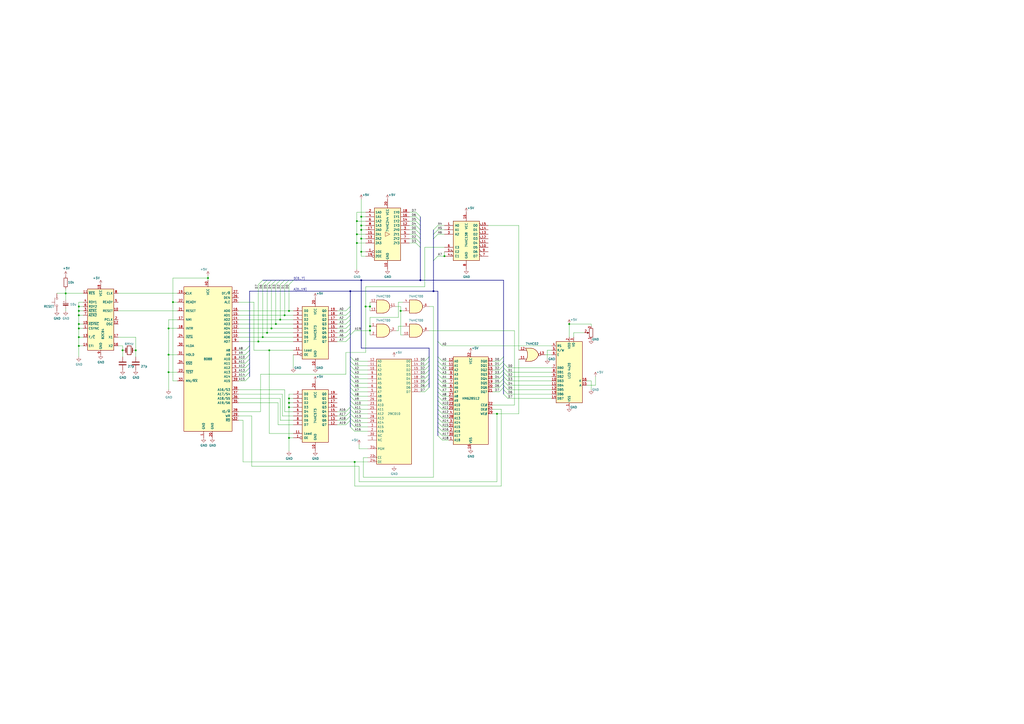
<source format=kicad_sch>
(kicad_sch (version 20211123) (generator eeschema)
  (paper "A2")
  (junction (at 45.72 180.34))
  (junction (at 100.33 175.26))
  (junction (at 45.72 177.8))
  (junction (at 207.01 135.89))
  (junction (at 160.02 187.96))
  (junction (at 165.1 182.88))
  (junction (at 97.79 205.74))
  (junction (at 207.01 128.27))
  (junction (at 209.55 138.43))
  (junction (at 71.12 203.2))
  (junction (at 209.55 146.05))
  (junction (at 167.64 236.22))
  (junction (at 232.41 180.34))
  (junction (at 97.79 190.5))
  (junction (at 45.72 190.5))
  (junction (at 330.2 187.96))
  (junction (at 288.29 240.03))
  (junction (at 207.01 140.97))
  (junction (at 214.63 177.8))
  (junction (at 209.55 125.73))
  (junction (at 45.72 182.88))
  (junction (at 243.84 162.56))
  (junction (at 214.63 191.77))
  (junction (at 167.64 233.68))
  (junction (at 203.2 168.91))
  (junction (at 212.09 177.8))
  (junction (at 97.79 215.9))
  (junction (at 162.56 185.42))
  (junction (at 120.65 161.29))
  (junction (at 149.86 198.12))
  (junction (at 205.74 267.97))
  (junction (at 257.81 148.59))
  (junction (at 154.94 193.04))
  (junction (at 45.72 187.96))
  (junction (at 167.64 231.14))
  (junction (at 78.74 203.2))
  (junction (at 157.48 190.5))
  (junction (at 45.72 200.66))
  (junction (at 251.46 168.91))
  (junction (at 167.64 180.34))
  (junction (at 38.1 170.18))
  (junction (at 156.21 203.2))
  (junction (at 209.55 133.35))
  (junction (at 214.63 189.23))
  (junction (at 152.4 195.58))
  (junction (at 167.64 254))
  (junction (at 45.72 195.58))
  (junction (at 209.55 162.56))
  (junction (at 209.55 130.81))
  (bus_entry (at 203.2 234.95) (size 2.54 2.54))
  (bus_entry (at 254 214.63) (size 2.54 2.54))
  (bus_entry (at 142.24 215.9) (size 2.54 -2.54))
  (bus_entry (at 142.24 210.82) (size 2.54 -2.54))
  (bus_entry (at 241.3 133.35) (size 2.54 2.54))
  (bus_entry (at 200.66 187.96) (size 2.54 -2.54))
  (bus_entry (at 241.3 125.73) (size 2.54 2.54))
  (bus_entry (at 241.3 128.27) (size 2.54 2.54))
  (bus_entry (at 254 212.09) (size 2.54 2.54))
  (bus_entry (at 142.24 203.2) (size 2.54 -2.54))
  (bus_entry (at 152.4 165.1) (size 2.54 -2.54))
  (bus_entry (at 203.2 227.33) (size 2.54 2.54))
  (bus_entry (at 292.1 215.9) (size 2.54 2.54))
  (bus_entry (at 254 148.59) (size -2.54 2.54))
  (bus_entry (at 254 130.81) (size -2.54 2.54))
  (bus_entry (at 254 133.35) (size -2.54 2.54))
  (bus_entry (at 254 135.89) (size -2.54 2.54))
  (bus_entry (at 246.38 212.09) (size 2.54 -2.54))
  (bus_entry (at 289.56 217.17) (size 2.54 -2.54))
  (bus_entry (at 203.2 242.57) (size 2.54 2.54))
  (bus_entry (at 292.1 223.52) (size 2.54 2.54))
  (bus_entry (at 254 222.25) (size 2.54 2.54))
  (bus_entry (at 246.38 217.17) (size 2.54 -2.54))
  (bus_entry (at 203.2 207.01) (size 2.54 2.54))
  (bus_entry (at 203.2 209.55) (size 2.54 2.54))
  (bus_entry (at 254 224.79) (size 2.54 2.54))
  (bus_entry (at 142.24 205.74) (size 2.54 -2.54))
  (bus_entry (at 246.38 224.79) (size 2.54 -2.54))
  (bus_entry (at 203.2 232.41) (size 2.54 2.54))
  (bus_entry (at 254 207.01) (size 2.54 2.54))
  (bus_entry (at 203.2 237.49) (size 2.54 2.54))
  (bus_entry (at 254 198.12) (size 2.54 2.54))
  (bus_entry (at 142.24 220.98) (size 2.54 -2.54))
  (bus_entry (at 254 234.95) (size 2.54 2.54))
  (bus_entry (at 241.3 140.97) (size 2.54 2.54))
  (bus_entry (at 254 242.57) (size 2.54 2.54))
  (bus_entry (at 254 217.17) (size 2.54 2.54))
  (bus_entry (at 292.1 218.44) (size 2.54 2.54))
  (bus_entry (at 200.66 198.12) (size 2.54 -2.54))
  (bus_entry (at 200.66 238.76) (size 2.54 -2.54))
  (bus_entry (at 200.66 182.88) (size 2.54 -2.54))
  (bus_entry (at 154.94 165.1) (size 2.54 -2.54))
  (bus_entry (at 200.66 190.5) (size 2.54 -2.54))
  (bus_entry (at 241.3 135.89) (size 2.54 2.54))
  (bus_entry (at 160.02 165.1) (size 2.54 -2.54))
  (bus_entry (at 292.1 228.6) (size 2.54 2.54))
  (bus_entry (at 142.24 218.44) (size 2.54 -2.54))
  (bus_entry (at 289.56 227.33) (size 2.54 -2.54))
  (bus_entry (at 292.1 210.82) (size 2.54 2.54))
  (bus_entry (at 289.56 222.25) (size 2.54 -2.54))
  (bus_entry (at 289.56 224.79) (size 2.54 -2.54))
  (bus_entry (at 289.56 214.63) (size 2.54 -2.54))
  (bus_entry (at 203.2 217.17) (size 2.54 2.54))
  (bus_entry (at 200.66 246.38) (size 2.54 -2.54))
  (bus_entry (at 200.66 243.84) (size 2.54 -2.54))
  (bus_entry (at 142.24 213.36) (size 2.54 -2.54))
  (bus_entry (at 254 245.11) (size 2.54 2.54))
  (bus_entry (at 203.2 229.87) (size 2.54 2.54))
  (bus_entry (at 200.66 193.04) (size 2.54 -2.54))
  (bus_entry (at 241.3 123.19) (size 2.54 2.54))
  (bus_entry (at 254 240.03) (size 2.54 2.54))
  (bus_entry (at 289.56 212.09) (size 2.54 -2.54))
  (bus_entry (at 292.1 213.36) (size 2.54 2.54))
  (bus_entry (at 203.2 194.31) (size 2.54 -2.54))
  (bus_entry (at 254 227.33) (size 2.54 2.54))
  (bus_entry (at 157.48 165.1) (size 2.54 -2.54))
  (bus_entry (at 203.2 247.65) (size 2.54 2.54))
  (bus_entry (at 167.64 165.1) (size 2.54 -2.54))
  (bus_entry (at 289.56 209.55) (size 2.54 -2.54))
  (bus_entry (at 241.3 130.81) (size 2.54 2.54))
  (bus_entry (at 203.2 214.63) (size 2.54 2.54))
  (bus_entry (at 203.2 245.11) (size 2.54 2.54))
  (bus_entry (at 292.1 220.98) (size 2.54 2.54))
  (bus_entry (at 246.38 219.71) (size 2.54 -2.54))
  (bus_entry (at 246.38 214.63) (size 2.54 -2.54))
  (bus_entry (at 162.56 165.1) (size 2.54 -2.54))
  (bus_entry (at 142.24 208.28) (size 2.54 -2.54))
  (bus_entry (at 203.2 240.03) (size 2.54 2.54))
  (bus_entry (at 246.38 209.55) (size 2.54 -2.54))
  (bus_entry (at 246.38 227.33) (size 2.54 -2.54))
  (bus_entry (at 292.1 226.06) (size 2.54 2.54))
  (bus_entry (at 254 229.87) (size 2.54 2.54))
  (bus_entry (at 254 237.49) (size 2.54 2.54))
  (bus_entry (at 200.66 241.3) (size 2.54 -2.54))
  (bus_entry (at 246.38 222.25) (size 2.54 -2.54))
  (bus_entry (at 289.56 219.71) (size 2.54 -2.54))
  (bus_entry (at 254 209.55) (size 2.54 2.54))
  (bus_entry (at 149.86 165.1) (size 2.54 -2.54))
  (bus_entry (at 203.2 212.09) (size 2.54 2.54))
  (bus_entry (at 254 250.19) (size 2.54 2.54))
  (bus_entry (at 200.66 195.58) (size 2.54 -2.54))
  (bus_entry (at 203.2 219.71) (size 2.54 2.54))
  (bus_entry (at 254 232.41) (size 2.54 2.54))
  (bus_entry (at 241.3 138.43) (size 2.54 2.54))
  (bus_entry (at 200.66 185.42) (size 2.54 -2.54))
  (bus_entry (at 165.1 165.1) (size 2.54 -2.54))
  (bus_entry (at 200.66 180.34) (size 2.54 -2.54))
  (bus_entry (at 254 247.65) (size 2.54 2.54))
  (bus_entry (at 203.2 224.79) (size 2.54 2.54))
  (bus_entry (at 254 252.73) (size 2.54 2.54))
  (bus_entry (at 203.2 222.25) (size 2.54 2.54))
  (bus_entry (at 254 219.71) (size 2.54 2.54))
  (bus (pts (xy 254 242.57) (xy 254 245.11)))
  (wire (pts (xy 205.74 209.55) (xy 213.36 209.55)))
  (wire (pts (xy 195.58 193.04) (xy 200.66 193.04)))
  (wire (pts (xy 288.29 240.03) (xy 285.75 240.03)))
  (wire (pts (xy 243.84 212.09) (xy 246.38 212.09)))
  (wire (pts (xy 237.49 130.81) (xy 241.3 130.81)))
  (wire (pts (xy 45.72 195.58) (xy 48.26 195.58)))
  (bus (pts (xy 203.2 187.96) (xy 203.2 190.5)))
  (wire (pts (xy 167.64 165.1) (xy 167.64 180.34)))
  (wire (pts (xy 294.64 213.36) (xy 320.04 213.36)))
  (bus (pts (xy 165.1 162.56) (xy 167.64 162.56)))
  (bus (pts (xy 248.92 207.01) (xy 248.92 209.55)))
  (wire (pts (xy 231.14 189.23) (xy 231.14 191.77)))
  (wire (pts (xy 205.74 191.77) (xy 214.63 191.77)))
  (wire (pts (xy 212.09 146.05) (xy 209.55 146.05)))
  (wire (pts (xy 205.74 229.87) (xy 213.36 229.87)))
  (wire (pts (xy 165.1 182.88) (xy 170.18 182.88)))
  (wire (pts (xy 138.43 241.3) (xy 146.05 241.3)))
  (wire (pts (xy 102.87 215.9) (xy 97.79 215.9)))
  (wire (pts (xy 170.18 193.04) (xy 154.94 193.04)))
  (bus (pts (xy 144.78 168.91) (xy 144.78 200.66)))
  (bus (pts (xy 203.2 238.76) (xy 203.2 240.03)))
  (wire (pts (xy 285.75 224.79) (xy 289.56 224.79)))
  (wire (pts (xy 320.04 203.2) (xy 317.5 203.2)))
  (wire (pts (xy 38.1 179.07) (xy 38.1 180.34)))
  (wire (pts (xy 156.21 203.2) (xy 170.18 203.2)))
  (wire (pts (xy 208.28 279.4) (xy 288.29 279.4)))
  (wire (pts (xy 243.84 227.33) (xy 246.38 227.33)))
  (wire (pts (xy 298.45 191.77) (xy 298.45 234.95)))
  (wire (pts (xy 68.58 170.18) (xy 102.87 170.18)))
  (bus (pts (xy 243.84 162.56) (xy 209.55 162.56)))
  (bus (pts (xy 292.1 217.17) (xy 292.1 218.44)))
  (wire (pts (xy 200.66 185.42) (xy 195.58 185.42)))
  (wire (pts (xy 78.74 195.58) (xy 78.74 203.2)))
  (wire (pts (xy 233.68 180.34) (xy 232.41 180.34)))
  (wire (pts (xy 156.21 251.46) (xy 170.18 251.46)))
  (wire (pts (xy 120.65 161.29) (xy 120.65 162.56)))
  (wire (pts (xy 214.63 175.26) (xy 214.63 177.8)))
  (wire (pts (xy 200.66 217.17) (xy 200.66 204.47)))
  (wire (pts (xy 294.64 231.14) (xy 320.04 231.14)))
  (bus (pts (xy 152.4 162.56) (xy 154.94 162.56)))
  (wire (pts (xy 209.55 138.43) (xy 209.55 146.05)))
  (bus (pts (xy 203.2 185.42) (xy 203.2 187.96)))
  (wire (pts (xy 288.29 240.03) (xy 300.99 240.03)))
  (wire (pts (xy 45.72 187.96) (xy 45.72 190.5)))
  (wire (pts (xy 232.41 194.31) (xy 233.68 194.31)))
  (bus (pts (xy 243.84 143.51) (xy 243.84 162.56)))
  (bus (pts (xy 292.1 226.06) (xy 292.1 228.6)))
  (wire (pts (xy 205.74 219.71) (xy 213.36 219.71)))
  (bus (pts (xy 254 168.91) (xy 254 198.12)))
  (wire (pts (xy 160.02 187.96) (xy 170.18 187.96)))
  (wire (pts (xy 170.18 228.6) (xy 167.64 228.6)))
  (wire (pts (xy 254 148.59) (xy 257.81 148.59)))
  (wire (pts (xy 162.56 231.14) (xy 162.56 243.84)))
  (wire (pts (xy 195.58 182.88) (xy 200.66 182.88)))
  (bus (pts (xy 254 234.95) (xy 254 237.49)))
  (wire (pts (xy 154.94 193.04) (xy 138.43 193.04)))
  (bus (pts (xy 203.2 212.09) (xy 203.2 214.63)))
  (wire (pts (xy 97.79 190.5) (xy 102.87 190.5)))
  (bus (pts (xy 248.92 214.63) (xy 248.92 217.17)))
  (bus (pts (xy 203.2 219.71) (xy 203.2 222.25)))
  (wire (pts (xy 142.24 205.74) (xy 138.43 205.74)))
  (wire (pts (xy 200.66 180.34) (xy 195.58 180.34)))
  (bus (pts (xy 254 229.87) (xy 254 232.41)))
  (wire (pts (xy 256.54 200.66) (xy 320.04 200.66)))
  (wire (pts (xy 167.64 233.68) (xy 170.18 233.68)))
  (wire (pts (xy 138.43 243.84) (xy 140.97 243.84)))
  (wire (pts (xy 332.74 193.04) (xy 339.09 193.04)))
  (wire (pts (xy 214.63 177.8) (xy 214.63 180.34)))
  (bus (pts (xy 254 247.65) (xy 254 250.19)))
  (bus (pts (xy 254 240.03) (xy 254 242.57)))
  (wire (pts (xy 209.55 130.81) (xy 212.09 130.81)))
  (wire (pts (xy 246.38 143.51) (xy 257.81 143.51)))
  (bus (pts (xy 167.64 162.56) (xy 170.18 162.56)))
  (bus (pts (xy 248.92 212.09) (xy 248.92 214.63)))
  (wire (pts (xy 256.54 252.73) (xy 260.35 252.73)))
  (bus (pts (xy 203.2 190.5) (xy 203.2 193.04)))
  (bus (pts (xy 203.2 168.91) (xy 251.46 168.91)))
  (wire (pts (xy 200.66 204.47) (xy 212.09 204.47)))
  (bus (pts (xy 144.78 168.91) (xy 203.2 168.91)))
  (wire (pts (xy 170.18 180.34) (xy 167.64 180.34)))
  (wire (pts (xy 205.74 267.97) (xy 213.36 267.97)))
  (wire (pts (xy 316.23 205.74) (xy 320.04 205.74)))
  (wire (pts (xy 256.54 240.03) (xy 260.35 240.03)))
  (wire (pts (xy 45.72 195.58) (xy 45.72 200.66)))
  (wire (pts (xy 147.32 175.26) (xy 147.32 203.2)))
  (bus (pts (xy 203.2 245.11) (xy 203.2 247.65)))
  (wire (pts (xy 205.74 247.65) (xy 213.36 247.65)))
  (wire (pts (xy 195.58 198.12) (xy 200.66 198.12)))
  (wire (pts (xy 195.58 187.96) (xy 200.66 187.96)))
  (wire (pts (xy 288.29 240.03) (xy 288.29 279.4)))
  (wire (pts (xy 146.05 270.51) (xy 208.28 270.51)))
  (wire (pts (xy 256.54 237.49) (xy 260.35 237.49)))
  (wire (pts (xy 237.49 133.35) (xy 241.3 133.35)))
  (bus (pts (xy 144.78 200.66) (xy 144.78 203.2)))
  (wire (pts (xy 68.58 195.58) (xy 78.74 195.58)))
  (wire (pts (xy 251.46 276.86) (xy 251.46 177.8)))
  (wire (pts (xy 231.14 175.26) (xy 231.14 184.15)))
  (bus (pts (xy 203.2 236.22) (xy 203.2 237.49)))
  (wire (pts (xy 212.09 138.43) (xy 209.55 138.43)))
  (bus (pts (xy 254 232.41) (xy 254 234.95)))
  (wire (pts (xy 232.41 180.34) (xy 232.41 177.8)))
  (wire (pts (xy 165.1 165.1) (xy 165.1 182.88)))
  (wire (pts (xy 205.74 214.63) (xy 213.36 214.63)))
  (wire (pts (xy 167.64 231.14) (xy 170.18 231.14)))
  (wire (pts (xy 237.49 125.73) (xy 241.3 125.73)))
  (bus (pts (xy 203.2 229.87) (xy 203.2 232.41)))
  (wire (pts (xy 212.09 125.73) (xy 209.55 125.73)))
  (wire (pts (xy 256.54 212.09) (xy 260.35 212.09)))
  (wire (pts (xy 237.49 138.43) (xy 241.3 138.43)))
  (wire (pts (xy 285.75 217.17) (xy 289.56 217.17)))
  (bus (pts (xy 292.1 224.79) (xy 292.1 226.06)))
  (wire (pts (xy 45.72 182.88) (xy 45.72 187.96)))
  (bus (pts (xy 144.78 210.82) (xy 144.78 213.36)))
  (wire (pts (xy 120.65 160.02) (xy 120.65 161.29)))
  (wire (pts (xy 165.1 226.06) (xy 165.1 238.76)))
  (wire (pts (xy 138.43 198.12) (xy 149.86 198.12)))
  (wire (pts (xy 157.48 165.1) (xy 157.48 190.5)))
  (wire (pts (xy 248.92 191.77) (xy 298.45 191.77)))
  (bus (pts (xy 170.18 162.56) (xy 209.55 162.56)))
  (wire (pts (xy 237.49 128.27) (xy 241.3 128.27)))
  (bus (pts (xy 160.02 162.56) (xy 162.56 162.56)))
  (wire (pts (xy 45.72 180.34) (xy 45.72 182.88)))
  (wire (pts (xy 45.72 190.5) (xy 45.72 195.58)))
  (wire (pts (xy 100.33 220.98) (xy 100.33 175.26)))
  (bus (pts (xy 254 224.79) (xy 254 227.33)))
  (wire (pts (xy 294.64 218.44) (xy 320.04 218.44)))
  (wire (pts (xy 209.55 115.57) (xy 209.55 125.73)))
  (bus (pts (xy 203.2 195.58) (xy 203.2 207.01)))
  (bus (pts (xy 209.55 162.56) (xy 209.55 201.93)))
  (wire (pts (xy 161.29 246.38) (xy 170.18 246.38)))
  (wire (pts (xy 45.72 200.66) (xy 48.26 200.66)))
  (wire (pts (xy 243.84 217.17) (xy 246.38 217.17)))
  (wire (pts (xy 78.74 203.2) (xy 78.74 207.01)))
  (wire (pts (xy 246.38 166.37) (xy 246.38 143.51)))
  (wire (pts (xy 285.75 214.63) (xy 289.56 214.63)))
  (bus (pts (xy 243.84 125.73) (xy 243.84 128.27)))
  (wire (pts (xy 151.13 238.76) (xy 151.13 217.17)))
  (wire (pts (xy 209.55 148.59) (xy 209.55 146.05)))
  (wire (pts (xy 290.83 237.49) (xy 290.83 281.94)))
  (wire (pts (xy 285.75 237.49) (xy 290.83 237.49)))
  (wire (pts (xy 208.28 257.81) (xy 208.28 260.35)))
  (wire (pts (xy 38.1 167.64) (xy 38.1 170.18)))
  (bus (pts (xy 254 207.01) (xy 254 209.55)))
  (bus (pts (xy 248.92 222.25) (xy 248.92 224.79)))
  (wire (pts (xy 138.43 213.36) (xy 142.24 213.36)))
  (wire (pts (xy 100.33 161.29) (xy 100.33 175.26)))
  (wire (pts (xy 195.58 243.84) (xy 200.66 243.84)))
  (wire (pts (xy 207.01 135.89) (xy 212.09 135.89)))
  (wire (pts (xy 71.12 203.2) (xy 71.12 207.01)))
  (bus (pts (xy 292.1 207.01) (xy 292.1 209.55)))
  (bus (pts (xy 248.92 219.71) (xy 248.92 222.25)))
  (wire (pts (xy 256.54 217.17) (xy 260.35 217.17)))
  (wire (pts (xy 212.09 204.47) (xy 212.09 177.8)))
  (bus (pts (xy 292.1 162.56) (xy 243.84 162.56)))
  (wire (pts (xy 300.99 203.2) (xy 300.99 130.81)))
  (bus (pts (xy 254 219.71) (xy 254 222.25)))
  (wire (pts (xy 45.72 180.34) (xy 48.26 180.34)))
  (wire (pts (xy 48.26 175.26) (xy 45.72 175.26)))
  (wire (pts (xy 210.82 276.86) (xy 251.46 276.86)))
  (wire (pts (xy 138.43 195.58) (xy 152.4 195.58)))
  (bus (pts (xy 203.2 177.8) (xy 203.2 180.34)))
  (wire (pts (xy 97.79 190.5) (xy 97.79 205.74)))
  (wire (pts (xy 167.64 236.22) (xy 167.64 254)))
  (wire (pts (xy 205.74 232.41) (xy 213.36 232.41)))
  (wire (pts (xy 340.36 220.98) (xy 342.9 220.98)))
  (wire (pts (xy 167.64 233.68) (xy 167.64 236.22)))
  (wire (pts (xy 200.66 195.58) (xy 195.58 195.58)))
  (wire (pts (xy 142.24 210.82) (xy 138.43 210.82)))
  (wire (pts (xy 256.54 247.65) (xy 260.35 247.65)))
  (wire (pts (xy 254 130.81) (xy 257.81 130.81)))
  (wire (pts (xy 154.94 165.1) (xy 154.94 193.04)))
  (wire (pts (xy 165.1 238.76) (xy 170.18 238.76)))
  (wire (pts (xy 163.83 241.3) (xy 170.18 241.3)))
  (bus (pts (xy 203.2 241.3) (xy 203.2 242.57)))
  (bus (pts (xy 254 209.55) (xy 254 212.09)))
  (wire (pts (xy 342.9 187.96) (xy 330.2 187.96)))
  (bus (pts (xy 292.1 212.09) (xy 292.1 213.36)))
  (wire (pts (xy 285.75 219.71) (xy 289.56 219.71)))
  (wire (pts (xy 283.21 130.81) (xy 300.99 130.81)))
  (bus (pts (xy 292.1 207.01) (xy 292.1 162.56)))
  (wire (pts (xy 300.99 208.28) (xy 300.99 240.03)))
  (wire (pts (xy 256.54 224.79) (xy 260.35 224.79)))
  (bus (pts (xy 203.2 243.84) (xy 203.2 245.11)))
  (wire (pts (xy 170.18 205.74) (xy 170.18 213.36)))
  (wire (pts (xy 151.13 217.17) (xy 200.66 217.17)))
  (bus (pts (xy 144.78 213.36) (xy 144.78 215.9)))
  (wire (pts (xy 232.41 180.34) (xy 232.41 194.31)))
  (wire (pts (xy 207.01 128.27) (xy 212.09 128.27)))
  (wire (pts (xy 294.64 220.98) (xy 320.04 220.98)))
  (wire (pts (xy 285.75 227.33) (xy 289.56 227.33)))
  (wire (pts (xy 231.14 191.77) (xy 229.87 191.77)))
  (wire (pts (xy 138.43 218.44) (xy 142.24 218.44)))
  (bus (pts (xy 144.78 205.74) (xy 144.78 208.28)))
  (wire (pts (xy 285.75 212.09) (xy 289.56 212.09)))
  (wire (pts (xy 162.56 243.84) (xy 170.18 243.84)))
  (wire (pts (xy 205.74 234.95) (xy 213.36 234.95)))
  (wire (pts (xy 140.97 243.84) (xy 140.97 267.97)))
  (wire (pts (xy 68.58 200.66) (xy 71.12 200.66)))
  (wire (pts (xy 251.46 177.8) (xy 248.92 177.8)))
  (wire (pts (xy 212.09 123.19) (xy 207.01 123.19)))
  (wire (pts (xy 209.55 133.35) (xy 209.55 130.81)))
  (wire (pts (xy 161.29 233.68) (xy 161.29 246.38)))
  (wire (pts (xy 45.72 177.8) (xy 48.26 177.8)))
  (wire (pts (xy 256.54 232.41) (xy 260.35 232.41)))
  (wire (pts (xy 152.4 195.58) (xy 170.18 195.58)))
  (wire (pts (xy 138.43 190.5) (xy 157.48 190.5)))
  (bus (pts (xy 292.1 215.9) (xy 292.1 217.17)))
  (wire (pts (xy 214.63 184.15) (xy 214.63 189.23)))
  (bus (pts (xy 292.1 214.63) (xy 292.1 215.9)))
  (bus (pts (xy 243.84 128.27) (xy 243.84 130.81)))
  (wire (pts (xy 138.43 182.88) (xy 165.1 182.88)))
  (wire (pts (xy 233.68 189.23) (xy 231.14 189.23)))
  (wire (pts (xy 209.55 138.43) (xy 209.55 133.35)))
  (bus (pts (xy 292.1 220.98) (xy 292.1 222.25)))
  (wire (pts (xy 45.72 175.26) (xy 45.72 177.8)))
  (bus (pts (xy 254 198.12) (xy 254 207.01)))
  (wire (pts (xy 207.01 135.89) (xy 207.01 140.97)))
  (wire (pts (xy 97.79 215.9) (xy 97.79 226.06)))
  (wire (pts (xy 285.75 222.25) (xy 289.56 222.25)))
  (wire (pts (xy 256.54 229.87) (xy 260.35 229.87)))
  (bus (pts (xy 292.1 222.25) (xy 292.1 223.52)))
  (wire (pts (xy 205.74 250.19) (xy 213.36 250.19)))
  (wire (pts (xy 38.1 170.18) (xy 38.1 173.99)))
  (wire (pts (xy 207.01 123.19) (xy 207.01 128.27)))
  (wire (pts (xy 205.74 281.94) (xy 290.83 281.94)))
  (wire (pts (xy 38.1 170.18) (xy 48.26 170.18)))
  (wire (pts (xy 45.72 190.5) (xy 48.26 190.5)))
  (wire (pts (xy 45.72 200.66) (xy 45.72 207.01)))
  (wire (pts (xy 205.74 224.79) (xy 213.36 224.79)))
  (wire (pts (xy 256.54 222.25) (xy 260.35 222.25)))
  (wire (pts (xy 138.43 231.14) (xy 162.56 231.14)))
  (wire (pts (xy 207.01 128.27) (xy 207.01 135.89)))
  (wire (pts (xy 208.28 270.51) (xy 208.28 279.4)))
  (wire (pts (xy 205.74 245.11) (xy 213.36 245.11)))
  (wire (pts (xy 142.24 220.98) (xy 138.43 220.98)))
  (wire (pts (xy 102.87 220.98) (xy 100.33 220.98)))
  (wire (pts (xy 138.43 203.2) (xy 142.24 203.2)))
  (wire (pts (xy 207.01 140.97) (xy 212.09 140.97)))
  (wire (pts (xy 294.64 228.6) (xy 320.04 228.6)))
  (wire (pts (xy 149.86 198.12) (xy 170.18 198.12)))
  (bus (pts (xy 251.46 138.43) (xy 251.46 151.13)))
  (wire (pts (xy 205.74 227.33) (xy 213.36 227.33)))
  (wire (pts (xy 243.84 209.55) (xy 246.38 209.55)))
  (bus (pts (xy 144.78 215.9) (xy 144.78 218.44)))
  (wire (pts (xy 167.64 231.14) (xy 167.64 233.68)))
  (bus (pts (xy 209.55 201.93) (xy 248.92 201.93)))
  (wire (pts (xy 167.64 254) (xy 167.64 261.62)))
  (wire (pts (xy 243.84 222.25) (xy 246.38 222.25)))
  (bus (pts (xy 248.92 201.93) (xy 248.92 207.01)))
  (wire (pts (xy 294.64 226.06) (xy 320.04 226.06)))
  (bus (pts (xy 248.92 209.55) (xy 248.92 212.09)))
  (bus (pts (xy 203.2 234.95) (xy 203.2 236.22)))
  (wire (pts (xy 167.64 236.22) (xy 170.18 236.22)))
  (bus (pts (xy 254 250.19) (xy 254 252.73)))
  (wire (pts (xy 317.5 203.2) (xy 317.5 208.28)))
  (wire (pts (xy 102.87 205.74) (xy 97.79 205.74)))
  (bus (pts (xy 154.94 162.56) (xy 157.48 162.56)))
  (bus (pts (xy 203.2 237.49) (xy 203.2 238.76)))
  (wire (pts (xy 167.64 228.6) (xy 167.64 231.14)))
  (wire (pts (xy 156.21 203.2) (xy 156.21 251.46)))
  (bus (pts (xy 243.84 140.97) (xy 243.84 143.51)))
  (wire (pts (xy 256.54 219.71) (xy 260.35 219.71)))
  (wire (pts (xy 170.18 254) (xy 167.64 254)))
  (bus (pts (xy 243.84 130.81) (xy 243.84 133.35)))
  (wire (pts (xy 138.43 228.6) (xy 163.83 228.6)))
  (wire (pts (xy 294.64 215.9) (xy 320.04 215.9)))
  (wire (pts (xy 256.54 255.27) (xy 260.35 255.27)))
  (wire (pts (xy 208.28 260.35) (xy 213.36 260.35)))
  (wire (pts (xy 45.72 187.96) (xy 48.26 187.96)))
  (wire (pts (xy 167.64 180.34) (xy 138.43 180.34)))
  (bus (pts (xy 243.84 133.35) (xy 243.84 135.89)))
  (bus (pts (xy 162.56 162.56) (xy 165.1 162.56)))
  (wire (pts (xy 205.74 217.17) (xy 213.36 217.17)))
  (bus (pts (xy 203.2 168.91) (xy 203.2 177.8)))
  (bus (pts (xy 292.1 213.36) (xy 292.1 214.63)))
  (bus (pts (xy 203.2 222.25) (xy 203.2 224.79)))
  (wire (pts (xy 256.54 227.33) (xy 260.35 227.33)))
  (bus (pts (xy 203.2 193.04) (xy 203.2 194.31)))
  (bus (pts (xy 203.2 240.03) (xy 203.2 241.3)))
  (wire (pts (xy 45.72 177.8) (xy 45.72 180.34)))
  (wire (pts (xy 205.74 212.09) (xy 213.36 212.09)))
  (wire (pts (xy 195.58 238.76) (xy 200.66 238.76)))
  (bus (pts (xy 203.2 242.57) (xy 203.2 243.84)))
  (wire (pts (xy 138.43 208.28) (xy 142.24 208.28)))
  (bus (pts (xy 203.2 209.55) (xy 203.2 212.09)))
  (bus (pts (xy 203.2 182.88) (xy 203.2 185.42)))
  (bus (pts (xy 203.2 232.41) (xy 203.2 234.95)))
  (wire (pts (xy 342.9 189.23) (xy 342.9 187.96)))
  (wire (pts (xy 256.54 234.95) (xy 260.35 234.95)))
  (bus (pts (xy 254 214.63) (xy 254 217.17)))
  (wire (pts (xy 147.32 203.2) (xy 156.21 203.2)))
  (wire (pts (xy 71.12 200.66) (xy 71.12 203.2)))
  (wire (pts (xy 100.33 175.26) (xy 102.87 175.26)))
  (bus (pts (xy 251.46 133.35) (xy 251.46 135.89)))
  (wire (pts (xy 256.54 245.11) (xy 260.35 245.11)))
  (bus (pts (xy 243.84 138.43) (xy 243.84 140.97)))
  (wire (pts (xy 205.74 240.03) (xy 213.36 240.03)))
  (wire (pts (xy 243.84 219.71) (xy 246.38 219.71)))
  (bus (pts (xy 203.2 214.63) (xy 203.2 217.17)))
  (bus (pts (xy 144.78 203.2) (xy 144.78 205.74)))
  (wire (pts (xy 146.05 241.3) (xy 146.05 270.51)))
  (wire (pts (xy 257.81 146.05) (xy 257.81 148.59)))
  (wire (pts (xy 157.48 190.5) (xy 170.18 190.5)))
  (bus (pts (xy 203.2 217.17) (xy 203.2 219.71)))
  (wire (pts (xy 285.75 209.55) (xy 289.56 209.55)))
  (wire (pts (xy 214.63 189.23) (xy 214.63 191.77)))
  (bus (pts (xy 254 212.09) (xy 254 214.63)))
  (bus (pts (xy 243.84 135.89) (xy 243.84 138.43)))
  (bus (pts (xy 254 245.11) (xy 254 247.65)))
  (wire (pts (xy 254 135.89) (xy 257.81 135.89)))
  (wire (pts (xy 205.74 267.97) (xy 205.74 281.94)))
  (bus (pts (xy 292.1 210.82) (xy 292.1 212.09)))
  (bus (pts (xy 292.1 223.52) (xy 292.1 224.79)))
  (wire (pts (xy 298.45 234.95) (xy 285.75 234.95)))
  (bus (pts (xy 251.46 168.91) (xy 254 168.91)))
  (wire (pts (xy 163.83 228.6) (xy 163.83 241.3)))
  (wire (pts (xy 160.02 165.1) (xy 160.02 187.96)))
  (wire (pts (xy 232.41 177.8) (xy 229.87 177.8)))
  (bus (pts (xy 254 217.17) (xy 254 219.71)))
  (wire (pts (xy 209.55 130.81) (xy 209.55 125.73)))
  (bus (pts (xy 203.2 227.33) (xy 203.2 229.87)))
  (wire (pts (xy 213.36 265.43) (xy 210.82 265.43)))
  (wire (pts (xy 68.58 180.34) (xy 102.87 180.34)))
  (wire (pts (xy 212.09 177.8) (xy 212.09 166.37)))
  (bus (pts (xy 251.46 135.89) (xy 251.46 138.43)))
  (wire (pts (xy 212.09 177.8) (xy 214.63 177.8)))
  (wire (pts (xy 45.72 182.88) (xy 48.26 182.88)))
  (wire (pts (xy 254 133.35) (xy 257.81 133.35)))
  (bus (pts (xy 254 222.25) (xy 254 224.79)))
  (wire (pts (xy 138.43 175.26) (xy 147.32 175.26)))
  (wire (pts (xy 102.87 185.42) (xy 97.79 185.42)))
  (wire (pts (xy 138.43 233.68) (xy 161.29 233.68)))
  (wire (pts (xy 212.09 148.59) (xy 209.55 148.59)))
  (wire (pts (xy 345.44 223.52) (xy 345.44 218.44)))
  (bus (pts (xy 203.2 207.01) (xy 203.2 209.55)))
  (bus (pts (xy 292.1 209.55) (xy 292.1 210.82)))
  (wire (pts (xy 243.84 224.79) (xy 246.38 224.79)))
  (wire (pts (xy 256.54 209.55) (xy 260.35 209.55)))
  (wire (pts (xy 162.56 165.1) (xy 162.56 185.42)))
  (bus (pts (xy 203.2 194.31) (xy 203.2 195.58)))
  (wire (pts (xy 237.49 135.89) (xy 241.3 135.89)))
  (bus (pts (xy 292.1 219.71) (xy 292.1 220.98)))
  (wire (pts (xy 149.86 165.1) (xy 149.86 198.12)))
  (wire (pts (xy 205.74 222.25) (xy 213.36 222.25)))
  (wire (pts (xy 256.54 214.63) (xy 260.35 214.63)))
  (wire (pts (xy 38.1 170.18) (xy 33.02 170.18)))
  (wire (pts (xy 97.79 185.42) (xy 97.79 190.5)))
  (bus (pts (xy 144.78 208.28) (xy 144.78 210.82)))
  (wire (pts (xy 138.43 226.06) (xy 165.1 226.06)))
  (wire (pts (xy 200.66 246.38) (xy 195.58 246.38)))
  (wire (pts (xy 332.74 195.58) (xy 332.74 193.04)))
  (bus (pts (xy 292.1 218.44) (xy 292.1 219.71)))
  (wire (pts (xy 340.36 223.52) (xy 345.44 223.52)))
  (wire (pts (xy 162.56 185.42) (xy 138.43 185.42)))
  (wire (pts (xy 140.97 267.97) (xy 205.74 267.97)))
  (bus (pts (xy 251.46 151.13) (xy 251.46 168.91)))
  (wire (pts (xy 214.63 191.77) (xy 214.63 194.31)))
  (wire (pts (xy 138.43 238.76) (xy 151.13 238.76)))
  (wire (pts (xy 233.68 175.26) (xy 231.14 175.26)))
  (bus (pts (xy 203.2 224.79) (xy 203.2 227.33)))
  (wire (pts (xy 120.65 161.29) (xy 100.33 161.29)))
  (wire (pts (xy 142.24 215.9) (xy 138.43 215.9)))
  (wire (pts (xy 212.09 166.37) (xy 246.38 166.37)))
  (wire (pts (xy 243.84 214.63) (xy 246.38 214.63)))
  (bus (pts (xy 203.2 180.34) (xy 203.2 182.88)))
  (wire (pts (xy 237.49 140.97) (xy 241.3 140.97)))
  (wire (pts (xy 205.74 237.49) (xy 213.36 237.49)))
  (wire (pts (xy 170.18 185.42) (xy 162.56 185.42)))
  (wire (pts (xy 205.74 242.57) (xy 213.36 242.57)))
  (wire (pts (xy 97.79 205.74) (xy 97.79 215.9)))
  (wire (pts (xy 210.82 265.43) (xy 210.82 276.86)))
  (wire (pts (xy 330.2 187.96) (xy 330.2 195.58)))
  (bus (pts (xy 248.92 217.17) (xy 248.92 219.71)))
  (wire (pts (xy 342.9 220.98) (xy 342.9 226.06)))
  (bus (pts (xy 254 237.49) (xy 254 240.03)))
  (wire (pts (xy 209.55 133.35) (xy 212.09 133.35)))
  (wire (pts (xy 138.43 187.96) (xy 160.02 187.96)))
  (bus (pts (xy 254 227.33) (xy 254 229.87)))
  (bus (pts (xy 157.48 162.56) (xy 160.02 162.56)))
  (wire (pts (xy 200.66 241.3) (xy 195.58 241.3)))
  (wire (pts (xy 256.54 242.57) (xy 260.35 242.57)))
  (wire (pts (xy 231.14 184.15) (xy 214.63 184.15)))
  (wire (pts (xy 200.66 190.5) (xy 195.58 190.5)))
  (wire (pts (xy 294.64 223.52) (xy 320.04 223.52)))
  (wire (pts (xy 207.01 140.97) (xy 207.01 156.21)))
  (wire (pts (xy 152.4 165.1) (xy 152.4 195.58)))
  (wire (pts (xy 256.54 250.19) (xy 260.35 250.19)))
  (wire (pts (xy 237.49 123.19) (xy 241.3 123.19)))
  (label "D7" (at 149.86 167.64 90))
  (label "D2" (at 243.84 214.63 0))
  (label "A6" (at 254 135.89 0))
  (label "A7" (at 205.74 227.33 0))
  (label "D6" (at 152.4 167.64 90))
  (label "D0" (at 243.84 209.55 0))
  (label "D6" (at 243.84 224.79 0))
  (label "D4" (at 287.02 219.71 0))
  (label "A15" (at 205.74 247.65 0))
  (label "A2" (at 196.85 185.42 0))
  (label "D[0..7]" (at 170.18 162.56 0))
  (label "D3" (at 238.76 140.97 0))
  (label "A16" (at 205.74 250.19 0))
  (label "D7" (at 294.64 231.14 0))
  (label "D4" (at 238.76 130.81 0))
  (label "A12" (at 256.54 240.03 0))
  (label "A15" (at 138.43 220.98 0))
  (label "A18" (at 256.54 255.27 0))
  (label "A9" (at 138.43 205.74 0))
  (label "D5" (at 287.02 222.25 0))
  (label "D6" (at 294.64 228.6 0))
  (label "A5" (at 196.85 193.04 0))
  (label "A10" (at 138.43 208.28 0))
  (label "D1" (at 165.1 167.64 90))
  (label "D3" (at 160.02 167.64 90))
  (label "A9" (at 256.54 232.41 0))
  (label "A1" (at 205.74 212.09 0))
  (label "A12" (at 138.43 213.36 0))
  (label "A8" (at 138.43 203.2 0))
  (label "A17" (at 256.54 252.73 0))
  (label "D5" (at 238.76 128.27 0))
  (label "A8" (at 256.54 229.87 0))
  (label "A5" (at 256.54 222.25 0))
  (label "A11" (at 256.54 237.49 0))
  (label "D6" (at 287.02 224.79 0))
  (label "A11" (at 205.74 237.49 0))
  (label "A2" (at 205.74 214.63 0))
  (label "A13" (at 138.43 215.9 0))
  (label "A16" (at 196.85 238.76 0))
  (label "A0" (at 205.74 209.55 0))
  (label "A7" (at 254 148.59 0))
  (label "A4" (at 254 130.81 0))
  (label "A14" (at 138.43 218.44 0))
  (label "A3" (at 196.85 187.96 0))
  (label "A4" (at 205.74 219.71 0))
  (label "A14" (at 256.54 245.11 0))
  (label "A6" (at 205.74 224.79 0))
  (label "A1" (at 196.85 182.88 0))
  (label "A16" (at 256.54 250.19 0))
  (label "D3" (at 243.84 217.17 0))
  (label "A7" (at 256.54 227.33 0))
  (label "A0" (at 256.54 200.66 0))
  (label "D4" (at 157.48 167.64 90))
  (label "D1" (at 243.84 212.09 0))
  (label "A12" (at 205.74 240.03 0))
  (label "D0" (at 294.64 213.36 0))
  (label "A3" (at 256.54 217.17 0))
  (label "A0" (at 196.85 180.34 0))
  (label "D4" (at 294.64 223.52 0))
  (label "A9" (at 205.74 232.41 0))
  (label "D5" (at 294.64 226.06 0))
  (label "A10" (at 256.54 234.95 0))
  (label "A6" (at 196.85 195.58 0))
  (label "A5" (at 254 133.35 0))
  (label "A13" (at 256.54 242.57 0))
  (label "D7" (at 287.02 227.33 0))
  (label "A15" (at 256.54 247.65 0))
  (label "A2" (at 256.54 214.63 0))
  (label "D1" (at 294.64 215.9 0))
  (label "A10" (at 205.74 234.95 0))
  (label "D0" (at 238.76 133.35 0))
  (label "D2" (at 238.76 138.43 0))
  (label "A19" (at 205.74 191.77 0))
  (label "A19" (at 196.85 246.38 0))
  (label "D4" (at 243.84 219.71 0))
  (label "D7" (at 243.84 227.33 0))
  (label "A4" (at 256.54 219.71 0))
  (label "A18" (at 196.85 243.84 0))
  (label "D2" (at 162.56 167.64 90))
  (label "D2" (at 287.02 214.63 0))
  (label "A11" (at 138.43 210.82 0))
  (label "A1" (at 256.54 212.09 0))
  (label "A17" (at 196.85 241.3 0))
  (label "D2" (at 294.64 218.44 0))
  (label "A3" (at 205.74 217.17 0))
  (label "A0" (at 256.54 209.55 0))
  (label "D5" (at 154.94 167.64 90))
  (label "A[0..19]" (at 170.18 168.91 0))
  (label "A5" (at 205.74 222.25 0))
  (label "A7" (at 196.85 198.12 0))
  (label "D3" (at 294.64 220.98 0))
  (label "D3" (at 287.02 217.17 0))
  (label "A14" (at 205.74 245.11 0))
  (label "D1" (at 238.76 135.89 0))
  (label "A6" (at 256.54 224.79 0))
  (label "A8" (at 205.74 229.87 0))
  (label "A13" (at 205.74 242.57 0))
  (label "D1" (at 287.02 212.09 0))
  (label "D0" (at 167.64 167.64 90))
  (label "A4" (at 196.85 190.5 0))
  (label "D5" (at 243.84 222.25 0))
  (label "D6" (at 238.76 125.73 0))
  (label "D0" (at 287.02 209.55 0))
  (label "D7" (at 238.76 123.19 0))
  (symbol (lib_id "MCU_Intel:8088_Min_Mode") (at 120.65 208.28 0) (unit 1)
    (property "Reference" "U1" (effects hide))
    (property "Value" "8088" (at 120.65 208.28 0))
    (property "Footprint" "Package_DIP:DIP-40_W15.24mm" (effects hide))
    (property "Datasheet" "http://datasheets.chipdb.org/Intel/x86/808x/datashts/8088/231456-006.pdf" (effects hide))
  )
  (symbol (lib_id "power:GND") (at 118.11 254 0) (unit 1)
    (property "Reference" "#PWR0117" (effects hide))
    (property "Value" "GND" (at 118.237 258.3942 0))
  )
  (symbol (lib_id "power:GND") (at 123.19 254 0) (unit 1)
    (property "Reference" "#PWR0116" (effects hide))
    (property "Value" "GND" (at 123.317 258.3942 0))
  )
  (symbol (lib_id "power:+5V") (at 120.65 160.02 0) (unit 1)
    (property "Reference" "#PWR0102" (effects hide))
    (property "Value" "+5V" (at 118.11 156.21 0))
  )
  (symbol (lib_id "power:GND") (at 97.79 226.06 0) (unit 1)
    (property "Reference" "#PWR0101" (effects hide))
    (property "Value" "GND" (at 97.917 230.4542 0))
  )
  (symbol (lib_id "Device:C_Polarized_Small") (at 38.1 176.53 0) (unit 1)
    (property "Reference" "C1" (effects hide))
    (property "Value" "10u" (at 40.64 176.53 0) (effects (justify left)))
  )
  (symbol (lib_id "Device:R") (at 38.1 163.83 0) (unit 1)
    (property "Reference" "R1" (effects hide))
    (property "Value" "10k" (at 39.37 163.83 0) (effects (justify left)))
  )
  (symbol (lib_id "Switch:SW_Push") (at 33.02 175.26 90) (unit 1)
    (property "Reference" "SW1" (effects hide))
    (property "Value" "RESET" (at 25.4 177.8 90) (effects (justify right)))
  )
  (symbol (lib_id "power:+5V") (at 38.1 160.02 0) (unit 1)
    (property "Reference" "#PWR0106" (effects hide))
    (property "Value" "+5V" (at 38.481 155.6258 0))
  )
  (symbol (lib_id "power:GND") (at 33.02 180.34 0) (unit 1)
    (property "Reference" "#PWR0104" (effects hide))
    (property "Value" "GND" (at 33.147 184.7342 0))
  )
  (symbol (lib_id "power:GND") (at 38.1 180.34 0) (unit 1)
    (property "Reference" "#PWR0105" (effects hide))
    (property "Value" "GND" (at 38.227 184.7342 0))
  )
  (symbol (lib_id "74xx:74LS573") (at 182.88 193.04 0) (unit 1)
    (property "Reference" "U2" (effects hide))
    (property "Value" "74HC573" (at 182.88 193.04 90))
    (property "Datasheet" "74xx/74hc573.pdf" (effects hide))
  )
  (symbol (lib_id "74xx:74LS573") (at 182.88 241.3 0) (unit 1)
    (property "Reference" "U3" (effects hide))
    (property "Value" "74HC573" (at 182.88 241.3 90))
    (property "Datasheet" "74xx/74hc573.pdf" (effects hide))
  )
  (symbol (lib_id "power:GND") (at 182.88 261.62 0) (unit 1)
    (property "Reference" "#PWR0120" (effects hide))
    (property "Value" "GND" (at 183.007 266.0142 0))
  )
  (symbol (lib_id "power:GND") (at 182.88 213.36 0) (unit 1)
    (property "Reference" "#PWR0125" (effects hide))
    (property "Value" "GND" (at 185.42 213.36 0))
  )
  (symbol (lib_id "power:+5V") (at 182.88 220.98 0) (unit 1)
    (property "Reference" "#PWR0111" (effects hide))
    (property "Value" "+5V" (at 185.42 218.44 0))
  )
  (symbol (lib_id "power:+5V") (at 182.88 172.72 0) (unit 1)
    (property "Reference" "#PWR0123" (effects hide))
    (property "Value" "+5V" (at 185.42 170.18 0))
  )
  (symbol (lib_id "power:GND") (at 167.64 261.62 0) (unit 1)
    (property "Reference" "#PWR0122" (effects hide))
    (property "Value" "GND" (at 167.767 266.0142 0))
  )
  (symbol (lib_id "power:GND") (at 170.18 213.36 0) (unit 1)
    (property "Reference" "#PWR0124" (effects hide))
    (property "Value" "GND" (at 172.72 213.36 0))
  )
  (symbol (lib_id "power:GND") (at 207.01 156.21 0) (unit 1)
    (property "Reference" "#PWR0126" (effects hide))
    (property "Value" "GND" (at 207.137 160.6042 0))
  )
  (symbol (lib_id "Memory_Flash:SST39SF010") (at 228.6 240.03 0) (unit 1)
    (property "Reference" "U4" (effects hide))
    (property "Value" "29C010" (at 228.6 240.03 0))
    (pin "31" (alternate "WE"))
  )
  (symbol (lib_id "power:GND") (at 228.6 270.51 0) (unit 1)
    (property "Reference" "#PWR0112" (effects hide))
    (property "Value" "GND" (at 228.727 274.9042 0))
  )
  (symbol (lib_id "power:+5V") (at 228.6 207.01 0) (unit 1)
    (property "Reference" "#PWR0110" (effects hide))
    (property "Value" "+5V" (at 231.14 204.47 0))
  )
  (symbol (lib_id "power:GND") (at 342.9 226.06 0) (unit 1)
    (property "Reference" "#PWR0109" (effects hide))
    (property "Value" "GND" (at 345.44 226.06 0))
  )
  (symbol (lib_id "Timer:8284") (at 58.42 185.42 0) (unit 1)
    (property "Reference" "U11" (effects hide))
    (property "Value" "82C84" (at 59.69 196.85 90) (effects (justify left)))
    (property "Footprint" "Package_DIP:DIP-18_W7.62mm" (effects hide))
    (property "Datasheet" "http://www.cpu-galaxy.at/cpu/ram%20rom%20eprom/other_intel_chips/other_intel-Dateien/D8284A_Datasheet.pdf" (effects hide))
  )
  (symbol (lib_id "Device:R_Potentiometer") (at 342.9 193.04 180) (unit 1)
    (property "Reference" "RV1" (effects hide))
    (property "Value" "R_Potentiometer" (effects hide))
  )
  (symbol (lib_id "power:GND") (at 273.05 260.35 0) (unit 1)
    (property "Reference" "#PWR0103" (effects hide))
    (property "Value" "GND" (at 273.177 264.7442 0))
  )
  (symbol (lib_id "Memory_RAM:AS6C4008-55PCN") (at 273.05 232.41 0) (unit 1)
    (property "Reference" "U6" (effects hide))
    (property "Value" "HM628512" (at 267.97 231.14 0) (effects (justify left)))
    (property "Footprint" "Package_DIP:DIP-32_W15.24mm" (effects hide))
  )
  (symbol (lib_id "power:GND") (at 78.74 214.63 0) (unit 1)
    (property "Reference" "#PWR0118" (effects hide))
    (property "Value" "GND" (at 78.867 219.0242 0))
  )
  (symbol (lib_id "power:GND") (at 317.5 208.28 0) (unit 1)
    (property "Reference" "#PWR0115" (effects hide))
    (property "Value" "GND" (at 320.04 208.28 0))
  )
  (symbol (lib_id "Device:C") (at 71.12 210.82 0) (unit 1)
    (property "Reference" "C2" (effects hide))
    (property "Value" "27p" (at 74.041 212.5222 0) (effects (justify left)))
  )
  (symbol (lib_id "74xx:74LS138") (at 270.51 138.43 0) (unit 1)
    (property "Reference" "U8" (effects hide))
    (property "Value" "74HC138" (at 270.51 143.51 90) (effects (justify left)))
  )
  (symbol (lib_id "Device:Crystal") (at 74.93 203.2 180) (unit 1)
    (property "Reference" "Y1" (effects hide))
    (property "Value" "6MHz" (at 74.93 199.4717 0))
  )
  (symbol (lib_id "power:GND") (at 224.79 156.21 0) (unit 1)
    (property "Reference" "#PWR0132" (effects hide))
    (property "Value" "GND" (at 224.917 160.6042 0))
  )
  (symbol (lib_id "power:+5V") (at 208.28 257.81 0) (unit 1)
    (property "Reference" "#PWR0135" (effects hide))
    (property "Value" "+5V" (at 205.74 255.27 0))
  )
  (symbol (lib_id "74xx:74AHC244") (at 224.79 135.89 0) (unit 1)
    (property "Reference" "U7" (effects hide))
    (property "Value" "74HC244" (at 224.79 134.62 90) (effects (justify left)))
    (property "Datasheet" "https://assets.nexperia.com/documents/data-sheet/74AHC_AHCT244.pdf" (effects hide))
  )
  (symbol (lib_id "power:+5V") (at 270.51 123.19 0) (unit 1)
    (property "Reference" "#PWR0131" (effects hide))
    (property "Value" "+5V" (at 273.05 120.65 0))
  )
  (symbol (lib_id "Display_Character:NHD-0420H1Z") (at 330.2 215.9 0) (unit 1)
    (property "Reference" "U10" (effects hide))
    (property "Value" "LCD 4x20" (at 330.2 219.71 90) (effects (justify left)))
    (property "Footprint" "Display:NHD-0420H1Z" (effects hide))
    (property "Datasheet" "http://www.newhavendisplay.com/specs/NHD-0420H1Z-FSW-GBW-33V3.pdf" (effects hide))
  )
  (symbol (lib_id "power:GND") (at 342.9 196.85 0) (unit 1)
    (property "Reference" "#PWR0114" (effects hide))
    (property "Value" "GND" (at 345.44 196.85 0))
  )
  (symbol (lib_id "power:GND") (at 45.72 207.01 0) (unit 1)
    (property "Reference" "#PWR0127" (effects hide))
    (property "Value" "GND" (at 45.847 211.4042 0))
  )
  (symbol (lib_id "Device:C") (at 78.74 210.82 0) (unit 1)
    (property "Reference" "C3" (effects hide))
    (property "Value" "27p" (at 81.661 212.5222 0) (effects (justify left)))
  )
  (symbol (lib_id "power:GND") (at 270.51 156.21 0) (unit 1)
    (property "Reference" "#PWR0129" (effects hide))
    (property "Value" "GND" (at 270.637 160.6042 0))
  )
  (symbol (lib_id "power:+5V") (at 224.79 115.57 0) (unit 1)
    (property "Reference" "#PWR0133" (effects hide))
    (property "Value" "+5V" (at 227.33 113.03 0))
  )
  (symbol (lib_id "power:+5V") (at 345.44 218.44 0) (unit 1)
    (property "Reference" "#PWR0108" (effects hide))
    (property "Value" "+5V" (at 347.98 215.9 0))
  )
  (symbol (lib_id "power:GND") (at 71.12 214.63 0) (unit 1)
    (property "Reference" "#PWR0119" (effects hide))
    (property "Value" "GND" (at 71.247 219.0242 0))
  )
  (symbol (lib_id "power:GND") (at 58.42 205.74 0) (unit 1)
    (property "Reference" "#PWR0128" (effects hide))
    (property "Value" "GND" (at 58.547 210.1342 0))
  )
  (symbol (lib_id "power:+5V") (at 330.2 187.96 0) (unit 1)
    (property "Reference" "#PWR0107" (effects hide))
    (property "Value" "+5V" (at 332.74 185.42 0))
  )
  (symbol (lib_id "74xx:74HCT00") (at 222.25 191.77 0) (unit 1)
    (property "Reference" "U5" (effects hide))
    (property "Value" "74HCT00" (at 222.25 185.8518 0))
    (property "Datasheet" "http://www.ti.com/lit/gpn/sn74hct00" (effects hide))
  )
  (symbol (lib_id "power:+5V") (at 58.42 165.1 0) (unit 1)
    (property "Reference" "#PWR0121" (effects hide))
    (property "Value" "+5V" (at 55.88 161.29 0))
  )
  (symbol (lib_id "74xx:74HCT00") (at 241.3 177.8 0) (unit 2)
    (property "Reference" "U5" (effects hide))
    (property "Value" "74HCT00" (at 241.3 171.8818 0))
    (property "Datasheet" "http://www.ti.com/lit/gpn/sn74hct00" (effects hide))
  )
  (symbol (lib_id "power:+5V") (at 209.55 115.57 0) (unit 1)
    (property "Reference" "#PWR0134" (effects hide))
    (property "Value" "+5V" (at 212.09 113.03 0))
  )
  (symbol (lib_id "74xx:74HCT00") (at 241.3 191.77 0) (unit 3)
    (property "Reference" "U5" (effects hide))
    (property "Value" "74HCT00" (at 241.3 185.8518 0))
    (property "Datasheet" "http://www.ti.com/lit/gpn/sn74hct00" (effects hide))
  )
  (symbol (lib_id "power:GND") (at 330.2 236.22 0) (unit 1)
    (property "Reference" "#PWR0113" (effects hide))
    (property "Value" "GND" (at 332.74 236.22 0))
  )
  (symbol (lib_id "power:+5V") (at 273.05 204.47 0) (unit 1)
    (property "Reference" "#PWR0130" (effects hide))
    (property "Value" "+5V" (at 275.59 201.93 0))
  )
  (symbol (lib_id "74xx:74HCT00") (at 222.25 177.8 0) (unit 4)
    (property "Reference" "U5" (effects hide))
    (property "Value" "74HCT00" (at 222.25 171.8818 0))
    (property "Datasheet" "http://www.ti.com/lit/gpn/sn74hct00" (effects hide))
  )
  (symbol (lib_id "74xx:74HC02") (at 308.61 205.74 0) (mirror x) (unit 4)
    (property "Reference" "U9" (effects hide))
    (property "Value" "74HC02" (at 308.61 199.39 0))
    (property "Datasheet" "http://www.ti.com/lit/gpn/sn74hc02" (effects hide))
  )
)
</source>
